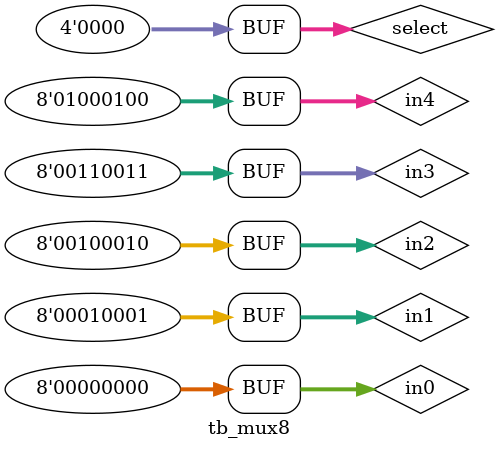
<source format=v>
`timescale 1ns / 1ps


module tb_mux8;

	// Inputs
	reg [7:0] in0;
	reg [7:0] in1;
	reg [7:0] in2;
	reg [7:0] in3;
	reg [7:0] in4;
	reg [3:0] select;

	// Outputs
	wire [7:0] out;

	// Instantiate the Unit Under Test (UUT)
	mux8 uut (
		.in0(in0), 
		.in1(in1), 
		.in2(in2), 
		.in3(in3), 
		.in4(in4),
        .in5(),
        .in6(),
        .in7(),
		.select(select), 
		.out(out)
	);

	initial begin
		// Initialize Inputs
		in0 = 8'h00;
		in1 = 8'h11;
		in2 = 8'h22;
		in3 = 8'h33;
		in4 = 8'h44;
		select = 0;

		// Wait 100 ns for global reset to finish
		#100;
        select = 1;
        #100;
        select = 2;
        #100;
        select = 3;
        #100;
        select = 4;
        #100;
        select = 5;
        #100;
        select = 6;
        #100;
        select = 7;
        #100;
        select = 6;
        #100;
        select = 5;
        #100;
        select = 4;
        #100;
        select = 3;
        #100;
        select = 2;
        #100;
        select = 1;
        #100;
        select = 0;
        
        
		// Add stimulus here

	end
      
endmodule


</source>
